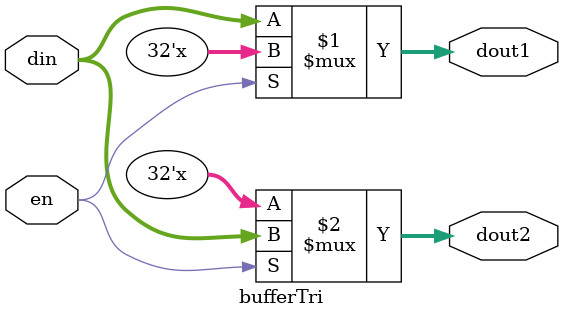
<source format=v>
module bufferTri#
(
	parameter WIDTH = 8,
	parameter n = 4
)
(
	input [n*WIDTH-1:0]din,
	input en,
	output [n*WIDTH-1:0]dout1,
	output [n*WIDTH-1:0]dout2
);

assign dout1 = en ? 'bz:din; 
assign dout2 = en ? din:'bz;
endmodule
</source>
